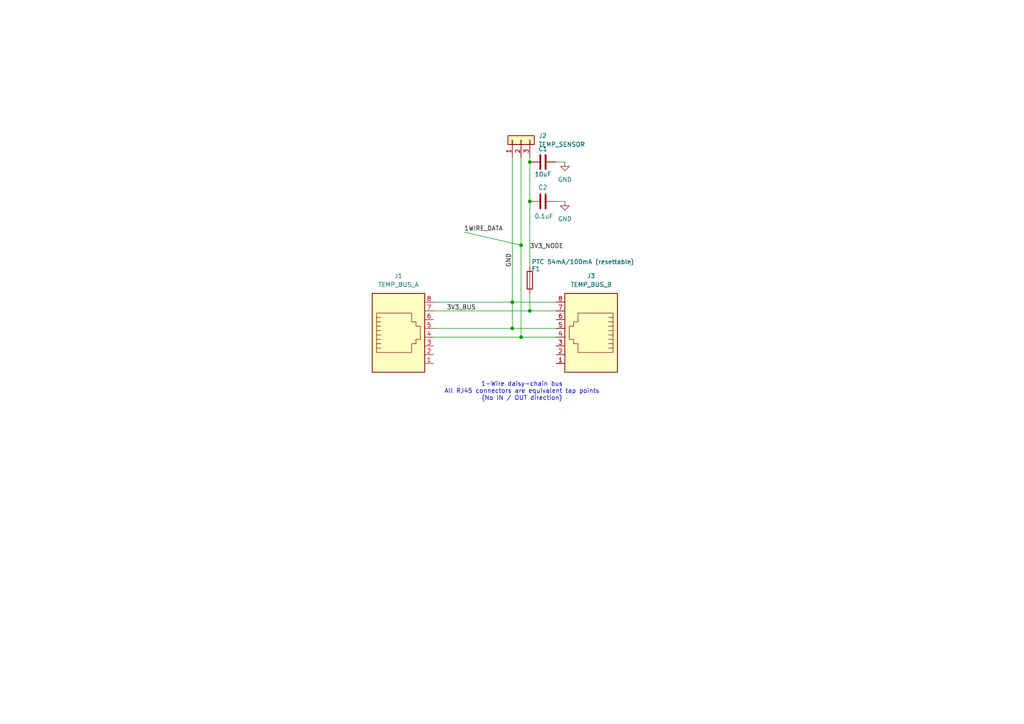
<source format=kicad_sch>
(kicad_sch
	(version 20250114)
	(generator "eeschema")
	(generator_version "9.0")
	(uuid "cabbd381-4a4a-4965-a970-0fbc39a20c72")
	(paper "A4")
	(lib_symbols
		(symbol "Connector:8P8C"
			(pin_names
				(offset 1.016)
			)
			(exclude_from_sim no)
			(in_bom yes)
			(on_board yes)
			(property "Reference" "J"
				(at -5.08 13.97 0)
				(effects
					(font
						(size 1.27 1.27)
					)
					(justify right)
				)
			)
			(property "Value" "8P8C"
				(at 2.54 13.97 0)
				(effects
					(font
						(size 1.27 1.27)
					)
					(justify left)
				)
			)
			(property "Footprint" ""
				(at 0 0.635 90)
				(effects
					(font
						(size 1.27 1.27)
					)
					(hide yes)
				)
			)
			(property "Datasheet" "~"
				(at 0 0.635 90)
				(effects
					(font
						(size 1.27 1.27)
					)
					(hide yes)
				)
			)
			(property "Description" "RJ connector, 8P8C (8 positions 8 connected), RJ31/RJ32/RJ33/RJ34/RJ35/RJ41/RJ45/RJ49/RJ61"
				(at 0 0 0)
				(effects
					(font
						(size 1.27 1.27)
					)
					(hide yes)
				)
			)
			(property "ki_keywords" "8P8C RJ socket connector"
				(at 0 0 0)
				(effects
					(font
						(size 1.27 1.27)
					)
					(hide yes)
				)
			)
			(property "ki_fp_filters" "8P8C* RJ31* RJ32* RJ33* RJ34* RJ35* RJ41* RJ45* RJ49* RJ61*"
				(at 0 0 0)
				(effects
					(font
						(size 1.27 1.27)
					)
					(hide yes)
				)
			)
			(symbol "8P8C_0_1"
				(polyline
					(pts
						(xy -6.35 1.905) (xy -5.08 1.905) (xy -5.08 1.905)
					)
					(stroke
						(width 0)
						(type default)
					)
					(fill
						(type none)
					)
				)
				(polyline
					(pts
						(xy -6.35 0.635) (xy -5.08 0.635) (xy -5.08 0.635)
					)
					(stroke
						(width 0)
						(type default)
					)
					(fill
						(type none)
					)
				)
				(polyline
					(pts
						(xy -6.35 -0.635) (xy -5.08 -0.635) (xy -5.08 -0.635)
					)
					(stroke
						(width 0)
						(type default)
					)
					(fill
						(type none)
					)
				)
				(polyline
					(pts
						(xy -6.35 -1.905) (xy -5.08 -1.905) (xy -5.08 -1.905)
					)
					(stroke
						(width 0)
						(type default)
					)
					(fill
						(type none)
					)
				)
				(polyline
					(pts
						(xy -6.35 -3.175) (xy -5.08 -3.175) (xy -5.08 -3.175)
					)
					(stroke
						(width 0)
						(type default)
					)
					(fill
						(type none)
					)
				)
				(polyline
					(pts
						(xy -6.35 -4.445) (xy -6.35 6.985) (xy 3.81 6.985) (xy 3.81 4.445) (xy 5.08 4.445) (xy 5.08 3.175)
						(xy 6.35 3.175) (xy 6.35 -0.635) (xy 5.08 -0.635) (xy 5.08 -1.905) (xy 3.81 -1.905) (xy 3.81 -4.445)
						(xy -6.35 -4.445) (xy -6.35 -4.445)
					)
					(stroke
						(width 0)
						(type default)
					)
					(fill
						(type none)
					)
				)
				(polyline
					(pts
						(xy -5.08 5.715) (xy -6.35 5.715)
					)
					(stroke
						(width 0)
						(type default)
					)
					(fill
						(type none)
					)
				)
				(polyline
					(pts
						(xy -5.08 4.445) (xy -6.35 4.445)
					)
					(stroke
						(width 0)
						(type default)
					)
					(fill
						(type none)
					)
				)
				(polyline
					(pts
						(xy -5.08 3.175) (xy -6.35 3.175) (xy -6.35 3.175)
					)
					(stroke
						(width 0)
						(type default)
					)
					(fill
						(type none)
					)
				)
				(rectangle
					(start 7.62 12.7)
					(end -7.62 -10.16)
					(stroke
						(width 0.254)
						(type default)
					)
					(fill
						(type background)
					)
				)
			)
			(symbol "8P8C_1_1"
				(pin passive line
					(at 10.16 10.16 180)
					(length 2.54)
					(name "~"
						(effects
							(font
								(size 1.27 1.27)
							)
						)
					)
					(number "8"
						(effects
							(font
								(size 1.27 1.27)
							)
						)
					)
				)
				(pin passive line
					(at 10.16 7.62 180)
					(length 2.54)
					(name "~"
						(effects
							(font
								(size 1.27 1.27)
							)
						)
					)
					(number "7"
						(effects
							(font
								(size 1.27 1.27)
							)
						)
					)
				)
				(pin passive line
					(at 10.16 5.08 180)
					(length 2.54)
					(name "~"
						(effects
							(font
								(size 1.27 1.27)
							)
						)
					)
					(number "6"
						(effects
							(font
								(size 1.27 1.27)
							)
						)
					)
				)
				(pin passive line
					(at 10.16 2.54 180)
					(length 2.54)
					(name "~"
						(effects
							(font
								(size 1.27 1.27)
							)
						)
					)
					(number "5"
						(effects
							(font
								(size 1.27 1.27)
							)
						)
					)
				)
				(pin passive line
					(at 10.16 0 180)
					(length 2.54)
					(name "~"
						(effects
							(font
								(size 1.27 1.27)
							)
						)
					)
					(number "4"
						(effects
							(font
								(size 1.27 1.27)
							)
						)
					)
				)
				(pin passive line
					(at 10.16 -2.54 180)
					(length 2.54)
					(name "~"
						(effects
							(font
								(size 1.27 1.27)
							)
						)
					)
					(number "3"
						(effects
							(font
								(size 1.27 1.27)
							)
						)
					)
				)
				(pin passive line
					(at 10.16 -5.08 180)
					(length 2.54)
					(name "~"
						(effects
							(font
								(size 1.27 1.27)
							)
						)
					)
					(number "2"
						(effects
							(font
								(size 1.27 1.27)
							)
						)
					)
				)
				(pin passive line
					(at 10.16 -7.62 180)
					(length 2.54)
					(name "~"
						(effects
							(font
								(size 1.27 1.27)
							)
						)
					)
					(number "1"
						(effects
							(font
								(size 1.27 1.27)
							)
						)
					)
				)
			)
			(embedded_fonts no)
		)
		(symbol "Connector_Generic:Conn_01x03"
			(pin_names
				(offset 1.016)
				(hide yes)
			)
			(exclude_from_sim no)
			(in_bom yes)
			(on_board yes)
			(property "Reference" "J"
				(at 0 5.08 0)
				(effects
					(font
						(size 1.27 1.27)
					)
				)
			)
			(property "Value" "Conn_01x03"
				(at 0 -5.08 0)
				(effects
					(font
						(size 1.27 1.27)
					)
				)
			)
			(property "Footprint" ""
				(at 0 0 0)
				(effects
					(font
						(size 1.27 1.27)
					)
					(hide yes)
				)
			)
			(property "Datasheet" "~"
				(at 0 0 0)
				(effects
					(font
						(size 1.27 1.27)
					)
					(hide yes)
				)
			)
			(property "Description" "Generic connector, single row, 01x03, script generated (kicad-library-utils/schlib/autogen/connector/)"
				(at 0 0 0)
				(effects
					(font
						(size 1.27 1.27)
					)
					(hide yes)
				)
			)
			(property "ki_keywords" "connector"
				(at 0 0 0)
				(effects
					(font
						(size 1.27 1.27)
					)
					(hide yes)
				)
			)
			(property "ki_fp_filters" "Connector*:*_1x??_*"
				(at 0 0 0)
				(effects
					(font
						(size 1.27 1.27)
					)
					(hide yes)
				)
			)
			(symbol "Conn_01x03_1_1"
				(rectangle
					(start -1.27 3.81)
					(end 1.27 -3.81)
					(stroke
						(width 0.254)
						(type default)
					)
					(fill
						(type background)
					)
				)
				(rectangle
					(start -1.27 2.667)
					(end 0 2.413)
					(stroke
						(width 0.1524)
						(type default)
					)
					(fill
						(type none)
					)
				)
				(rectangle
					(start -1.27 0.127)
					(end 0 -0.127)
					(stroke
						(width 0.1524)
						(type default)
					)
					(fill
						(type none)
					)
				)
				(rectangle
					(start -1.27 -2.413)
					(end 0 -2.667)
					(stroke
						(width 0.1524)
						(type default)
					)
					(fill
						(type none)
					)
				)
				(pin passive line
					(at -5.08 2.54 0)
					(length 3.81)
					(name "Pin_1"
						(effects
							(font
								(size 1.27 1.27)
							)
						)
					)
					(number "1"
						(effects
							(font
								(size 1.27 1.27)
							)
						)
					)
				)
				(pin passive line
					(at -5.08 0 0)
					(length 3.81)
					(name "Pin_2"
						(effects
							(font
								(size 1.27 1.27)
							)
						)
					)
					(number "2"
						(effects
							(font
								(size 1.27 1.27)
							)
						)
					)
				)
				(pin passive line
					(at -5.08 -2.54 0)
					(length 3.81)
					(name "Pin_3"
						(effects
							(font
								(size 1.27 1.27)
							)
						)
					)
					(number "3"
						(effects
							(font
								(size 1.27 1.27)
							)
						)
					)
				)
			)
			(embedded_fonts no)
		)
		(symbol "Device:C"
			(pin_numbers
				(hide yes)
			)
			(pin_names
				(offset 0.254)
			)
			(exclude_from_sim no)
			(in_bom yes)
			(on_board yes)
			(property "Reference" "C"
				(at 0.635 2.54 0)
				(effects
					(font
						(size 1.27 1.27)
					)
					(justify left)
				)
			)
			(property "Value" "C"
				(at 0.635 -2.54 0)
				(effects
					(font
						(size 1.27 1.27)
					)
					(justify left)
				)
			)
			(property "Footprint" ""
				(at 0.9652 -3.81 0)
				(effects
					(font
						(size 1.27 1.27)
					)
					(hide yes)
				)
			)
			(property "Datasheet" "~"
				(at 0 0 0)
				(effects
					(font
						(size 1.27 1.27)
					)
					(hide yes)
				)
			)
			(property "Description" "Unpolarized capacitor"
				(at 0 0 0)
				(effects
					(font
						(size 1.27 1.27)
					)
					(hide yes)
				)
			)
			(property "ki_keywords" "cap capacitor"
				(at 0 0 0)
				(effects
					(font
						(size 1.27 1.27)
					)
					(hide yes)
				)
			)
			(property "ki_fp_filters" "C_*"
				(at 0 0 0)
				(effects
					(font
						(size 1.27 1.27)
					)
					(hide yes)
				)
			)
			(symbol "C_0_1"
				(polyline
					(pts
						(xy -2.032 0.762) (xy 2.032 0.762)
					)
					(stroke
						(width 0.508)
						(type default)
					)
					(fill
						(type none)
					)
				)
				(polyline
					(pts
						(xy -2.032 -0.762) (xy 2.032 -0.762)
					)
					(stroke
						(width 0.508)
						(type default)
					)
					(fill
						(type none)
					)
				)
			)
			(symbol "C_1_1"
				(pin passive line
					(at 0 3.81 270)
					(length 2.794)
					(name "~"
						(effects
							(font
								(size 1.27 1.27)
							)
						)
					)
					(number "1"
						(effects
							(font
								(size 1.27 1.27)
							)
						)
					)
				)
				(pin passive line
					(at 0 -3.81 90)
					(length 2.794)
					(name "~"
						(effects
							(font
								(size 1.27 1.27)
							)
						)
					)
					(number "2"
						(effects
							(font
								(size 1.27 1.27)
							)
						)
					)
				)
			)
			(embedded_fonts no)
		)
		(symbol "Device:Fuse"
			(pin_numbers
				(hide yes)
			)
			(pin_names
				(offset 0)
			)
			(exclude_from_sim no)
			(in_bom yes)
			(on_board yes)
			(property "Reference" "F"
				(at 2.032 0 90)
				(effects
					(font
						(size 1.27 1.27)
					)
				)
			)
			(property "Value" "Fuse"
				(at -1.905 0 90)
				(effects
					(font
						(size 1.27 1.27)
					)
				)
			)
			(property "Footprint" ""
				(at -1.778 0 90)
				(effects
					(font
						(size 1.27 1.27)
					)
					(hide yes)
				)
			)
			(property "Datasheet" "~"
				(at 0 0 0)
				(effects
					(font
						(size 1.27 1.27)
					)
					(hide yes)
				)
			)
			(property "Description" "Fuse"
				(at 0 0 0)
				(effects
					(font
						(size 1.27 1.27)
					)
					(hide yes)
				)
			)
			(property "ki_keywords" "fuse"
				(at 0 0 0)
				(effects
					(font
						(size 1.27 1.27)
					)
					(hide yes)
				)
			)
			(property "ki_fp_filters" "*Fuse*"
				(at 0 0 0)
				(effects
					(font
						(size 1.27 1.27)
					)
					(hide yes)
				)
			)
			(symbol "Fuse_0_1"
				(rectangle
					(start -0.762 -2.54)
					(end 0.762 2.54)
					(stroke
						(width 0.254)
						(type default)
					)
					(fill
						(type none)
					)
				)
				(polyline
					(pts
						(xy 0 2.54) (xy 0 -2.54)
					)
					(stroke
						(width 0)
						(type default)
					)
					(fill
						(type none)
					)
				)
			)
			(symbol "Fuse_1_1"
				(pin passive line
					(at 0 3.81 270)
					(length 1.27)
					(name "~"
						(effects
							(font
								(size 1.27 1.27)
							)
						)
					)
					(number "1"
						(effects
							(font
								(size 1.27 1.27)
							)
						)
					)
				)
				(pin passive line
					(at 0 -3.81 90)
					(length 1.27)
					(name "~"
						(effects
							(font
								(size 1.27 1.27)
							)
						)
					)
					(number "2"
						(effects
							(font
								(size 1.27 1.27)
							)
						)
					)
				)
			)
			(embedded_fonts no)
		)
		(symbol "power:GND"
			(power)
			(pin_numbers
				(hide yes)
			)
			(pin_names
				(offset 0)
				(hide yes)
			)
			(exclude_from_sim no)
			(in_bom yes)
			(on_board yes)
			(property "Reference" "#PWR"
				(at 0 -6.35 0)
				(effects
					(font
						(size 1.27 1.27)
					)
					(hide yes)
				)
			)
			(property "Value" "GND"
				(at 0 -3.81 0)
				(effects
					(font
						(size 1.27 1.27)
					)
				)
			)
			(property "Footprint" ""
				(at 0 0 0)
				(effects
					(font
						(size 1.27 1.27)
					)
					(hide yes)
				)
			)
			(property "Datasheet" ""
				(at 0 0 0)
				(effects
					(font
						(size 1.27 1.27)
					)
					(hide yes)
				)
			)
			(property "Description" "Power symbol creates a global label with name \"GND\" , ground"
				(at 0 0 0)
				(effects
					(font
						(size 1.27 1.27)
					)
					(hide yes)
				)
			)
			(property "ki_keywords" "global power"
				(at 0 0 0)
				(effects
					(font
						(size 1.27 1.27)
					)
					(hide yes)
				)
			)
			(symbol "GND_0_1"
				(polyline
					(pts
						(xy 0 0) (xy 0 -1.27) (xy 1.27 -1.27) (xy 0 -2.54) (xy -1.27 -1.27) (xy 0 -1.27)
					)
					(stroke
						(width 0)
						(type default)
					)
					(fill
						(type none)
					)
				)
			)
			(symbol "GND_1_1"
				(pin power_in line
					(at 0 0 270)
					(length 0)
					(name "~"
						(effects
							(font
								(size 1.27 1.27)
							)
						)
					)
					(number "1"
						(effects
							(font
								(size 1.27 1.27)
							)
						)
					)
				)
			)
			(embedded_fonts no)
		)
	)
	(text "1-Wire daisy-chain bus\nAll RJ45 connectors are equivalent tap points\n(No IN / OUT direction)\n"
		(exclude_from_sim no)
		(at 151.384 113.538 0)
		(effects
			(font
				(size 1.27 1.27)
			)
		)
		(uuid "85a65f75-a819-4ad1-8995-475db7e11df4")
	)
	(junction
		(at 148.59 87.63)
		(diameter 0)
		(color 0 0 0 0)
		(uuid "1029c925-3e46-4804-b12b-f125af4ece65")
	)
	(junction
		(at 153.67 58.42)
		(diameter 0)
		(color 0 0 0 0)
		(uuid "1e9cabc7-9227-41d2-a8a8-40b7477eba91")
	)
	(junction
		(at 151.13 71.12)
		(diameter 0)
		(color 0 0 0 0)
		(uuid "2026ac72-8297-4ce5-9100-8b2ad8de4e91")
	)
	(junction
		(at 151.13 97.79)
		(diameter 0)
		(color 0 0 0 0)
		(uuid "5f9c5c5d-c2b1-4633-846f-0b1ed4ce2728")
	)
	(junction
		(at 153.67 46.99)
		(diameter 0)
		(color 0 0 0 0)
		(uuid "64e35591-970f-40d9-9d08-4cb838392c58")
	)
	(junction
		(at 148.59 95.25)
		(diameter 0)
		(color 0 0 0 0)
		(uuid "e489efca-9984-4457-b9dd-848b4a462cec")
	)
	(junction
		(at 153.67 90.17)
		(diameter 0)
		(color 0 0 0 0)
		(uuid "e8bd47c4-292b-4d67-a04a-3410f0f5bb00")
	)
	(wire
		(pts
			(xy 153.67 46.99) (xy 153.67 58.42)
		)
		(stroke
			(width 0)
			(type default)
		)
		(uuid "224de7f2-2feb-4705-b2b4-f06718210a54")
	)
	(wire
		(pts
			(xy 148.59 87.63) (xy 161.29 87.63)
		)
		(stroke
			(width 0)
			(type default)
		)
		(uuid "2558ee8e-bf5e-4e4b-92b2-1fdf5d891196")
	)
	(wire
		(pts
			(xy 163.83 58.42) (xy 161.29 58.42)
		)
		(stroke
			(width 0)
			(type default)
		)
		(uuid "35a4e248-9d08-44d1-a2b7-25724189820f")
	)
	(wire
		(pts
			(xy 148.59 95.25) (xy 125.73 95.25)
		)
		(stroke
			(width 0)
			(type default)
		)
		(uuid "39fd1c01-723f-4e74-91f4-3846e420050a")
	)
	(wire
		(pts
			(xy 151.13 45.72) (xy 151.13 71.12)
		)
		(stroke
			(width 0)
			(type default)
		)
		(uuid "428d5113-daf3-4f5b-b796-120a3f740fe9")
	)
	(wire
		(pts
			(xy 148.59 45.72) (xy 148.59 87.63)
		)
		(stroke
			(width 0)
			(type default)
		)
		(uuid "6a0831f8-c732-4f01-9e03-9bdcfa24e3d3")
	)
	(wire
		(pts
			(xy 153.67 85.09) (xy 153.67 90.17)
		)
		(stroke
			(width 0)
			(type default)
		)
		(uuid "6a342a3c-7928-46b3-98ef-f8485a009793")
	)
	(wire
		(pts
			(xy 153.67 90.17) (xy 161.29 90.17)
		)
		(stroke
			(width 0)
			(type default)
		)
		(uuid "735f2608-7c15-40ad-a2d7-68bdfd830dec")
	)
	(wire
		(pts
			(xy 134.62 67.31) (xy 151.13 71.12)
		)
		(stroke
			(width 0)
			(type default)
		)
		(uuid "74d95834-e4b6-499c-906e-5f368eadfa98")
	)
	(wire
		(pts
			(xy 161.29 95.25) (xy 148.59 95.25)
		)
		(stroke
			(width 0)
			(type default)
		)
		(uuid "7c353dd7-7a24-4718-923c-9a3f34add9d7")
	)
	(wire
		(pts
			(xy 151.13 71.12) (xy 151.13 97.79)
		)
		(stroke
			(width 0)
			(type default)
		)
		(uuid "86bf424c-ebe9-459f-9c2e-51cf652e2f41")
	)
	(wire
		(pts
			(xy 153.67 58.42) (xy 153.67 77.47)
		)
		(stroke
			(width 0)
			(type default)
		)
		(uuid "999562c8-7616-46f5-9756-3ef917d3f790")
	)
	(wire
		(pts
			(xy 151.13 97.79) (xy 161.29 97.79)
		)
		(stroke
			(width 0)
			(type default)
		)
		(uuid "9b7e5909-8d55-4183-bf75-91a299dc23f2")
	)
	(wire
		(pts
			(xy 148.59 87.63) (xy 148.59 95.25)
		)
		(stroke
			(width 0)
			(type default)
		)
		(uuid "9bf8d86f-23ff-4a37-9b65-c32fdb3d5466")
	)
	(wire
		(pts
			(xy 125.73 87.63) (xy 148.59 87.63)
		)
		(stroke
			(width 0)
			(type default)
		)
		(uuid "a64cf810-123c-44d8-9839-d3a0598b6850")
	)
	(wire
		(pts
			(xy 125.73 90.17) (xy 153.67 90.17)
		)
		(stroke
			(width 0)
			(type default)
		)
		(uuid "b4726205-9a06-4e11-9c32-138e241c6720")
	)
	(wire
		(pts
			(xy 163.83 46.99) (xy 161.29 46.99)
		)
		(stroke
			(width 0)
			(type default)
		)
		(uuid "d4d43735-56ff-413b-a8da-897a6827fe37")
	)
	(wire
		(pts
			(xy 153.67 45.72) (xy 153.67 46.99)
		)
		(stroke
			(width 0)
			(type default)
		)
		(uuid "d9881ef6-8b43-4573-8d39-acb0dae25bf5")
	)
	(wire
		(pts
			(xy 125.73 97.79) (xy 151.13 97.79)
		)
		(stroke
			(width 0)
			(type default)
		)
		(uuid "f694146c-6713-42c5-aaa1-4027e713216a")
	)
	(label "3V3_NODE"
		(at 153.67 72.39 0)
		(effects
			(font
				(size 1.27 1.27)
			)
			(justify left bottom)
		)
		(uuid "02ca8481-a037-467f-88fb-ad2a277eeb54")
	)
	(label "GND"
		(at 148.59 77.47 90)
		(effects
			(font
				(size 1.27 1.27)
			)
			(justify left bottom)
		)
		(uuid "48f7d8d7-564f-4c83-b69e-59827cf67d91")
	)
	(label "3V3_BUS"
		(at 129.54 90.17 0)
		(effects
			(font
				(size 1.27 1.27)
			)
			(justify left bottom)
		)
		(uuid "665c24d7-ca5d-43c1-b135-1be568d4e107")
	)
	(label "1WIRE_DATA"
		(at 134.62 67.31 0)
		(effects
			(font
				(size 1.27 1.27)
			)
			(justify left bottom)
		)
		(uuid "b9e575f2-5e05-4ba4-b9c8-c3e842f56309")
	)
	(symbol
		(lib_id "power:GND")
		(at 163.83 58.42 0)
		(unit 1)
		(exclude_from_sim no)
		(in_bom yes)
		(on_board yes)
		(dnp no)
		(fields_autoplaced yes)
		(uuid "1874e283-46e0-446a-b4e3-9b4f9a9259f3")
		(property "Reference" "#PWR02"
			(at 163.83 64.77 0)
			(effects
				(font
					(size 1.27 1.27)
				)
				(hide yes)
			)
		)
		(property "Value" "GND"
			(at 163.83 63.5 0)
			(effects
				(font
					(size 1.27 1.27)
				)
			)
		)
		(property "Footprint" ""
			(at 163.83 58.42 0)
			(effects
				(font
					(size 1.27 1.27)
				)
				(hide yes)
			)
		)
		(property "Datasheet" ""
			(at 163.83 58.42 0)
			(effects
				(font
					(size 1.27 1.27)
				)
				(hide yes)
			)
		)
		(property "Description" "Power symbol creates a global label with name \"GND\" , ground"
			(at 163.83 58.42 0)
			(effects
				(font
					(size 1.27 1.27)
				)
				(hide yes)
			)
		)
		(pin "1"
			(uuid "a534fe21-1ad2-4f02-90e3-afe81a432379")
		)
		(instances
			(project ""
				(path "/cabbd381-4a4a-4965-a970-0fbc39a20c72"
					(reference "#PWR02")
					(unit 1)
				)
			)
		)
	)
	(symbol
		(lib_id "Connector:8P8C")
		(at 115.57 97.79 0)
		(unit 1)
		(exclude_from_sim no)
		(in_bom yes)
		(on_board yes)
		(dnp no)
		(fields_autoplaced yes)
		(uuid "1be8a044-f7e5-400f-b494-566eb5a46a55")
		(property "Reference" "J1"
			(at 115.57 80.01 0)
			(effects
				(font
					(size 1.27 1.27)
				)
			)
		)
		(property "Value" "TEMP_BUS_A"
			(at 115.57 82.55 0)
			(effects
				(font
					(size 1.27 1.27)
				)
			)
		)
		(property "Footprint" "MJ3225_88_0:GCT_MJ3225-88-0_REVA"
			(at 115.57 97.155 90)
			(effects
				(font
					(size 1.27 1.27)
				)
				(hide yes)
			)
		)
		(property "Datasheet" "~"
			(at 115.57 97.155 90)
			(effects
				(font
					(size 1.27 1.27)
				)
				(hide yes)
			)
		)
		(property "Description" "RJ connector, 8P8C (8 positions 8 connected), RJ31/RJ32/RJ33/RJ34/RJ35/RJ41/RJ45/RJ49/RJ61"
			(at 115.57 97.79 0)
			(effects
				(font
					(size 1.27 1.27)
				)
				(hide yes)
			)
		)
		(pin "7"
			(uuid "a8593af5-2063-4362-b8ba-aa3f1dbeeff4")
		)
		(pin "5"
			(uuid "f6102681-4331-4657-982b-f4fc5e11d539")
		)
		(pin "2"
			(uuid "ee242355-1130-4a9c-87fc-7a2135988376")
		)
		(pin "8"
			(uuid "48251a9c-1f29-486d-835d-3217263b0503")
		)
		(pin "6"
			(uuid "4a446d0d-f7b2-4387-b3cd-1fbc9aa57bf0")
		)
		(pin "3"
			(uuid "10a39132-76ca-4b00-bde6-01963d942dab")
		)
		(pin "1"
			(uuid "863be574-ae8c-40e7-b3ce-c90a82922fc2")
		)
		(pin "4"
			(uuid "1b2f561f-366b-472d-ab42-7fea42dc0e6e")
		)
		(instances
			(project ""
				(path "/cabbd381-4a4a-4965-a970-0fbc39a20c72"
					(reference "J1")
					(unit 1)
				)
			)
		)
	)
	(symbol
		(lib_id "Device:Fuse")
		(at 153.67 81.28 180)
		(unit 1)
		(exclude_from_sim no)
		(in_bom yes)
		(on_board yes)
		(dnp no)
		(uuid "30eee096-d2f3-4dd1-8a08-4a688eef293e")
		(property "Reference" "F1"
			(at 154.178 77.978 0)
			(effects
				(font
					(size 1.27 1.27)
				)
				(justify right)
			)
		)
		(property "Value" "PTC 54mA/100mA (resettable)"
			(at 154.178 75.946 0)
			(effects
				(font
					(size 1.27 1.27)
				)
				(justify right)
			)
		)
		(property "Footprint" "Fuse:Fuse_0805_2012Metric"
			(at 155.448 81.28 90)
			(effects
				(font
					(size 1.27 1.27)
				)
				(hide yes)
			)
		)
		(property "Datasheet" "~"
			(at 153.67 81.28 0)
			(effects
				(font
					(size 1.27 1.27)
				)
				(hide yes)
			)
		)
		(property "Description" "Fuse"
			(at 153.67 81.28 0)
			(effects
				(font
					(size 1.27 1.27)
				)
				(hide yes)
			)
		)
		(pin "2"
			(uuid "628eae11-a9b6-47fc-a166-3c5bc9f4fe88")
		)
		(pin "1"
			(uuid "5ece1aa4-a78e-46e1-a1e3-6520404cbfd4")
		)
		(instances
			(project ""
				(path "/cabbd381-4a4a-4965-a970-0fbc39a20c72"
					(reference "F1")
					(unit 1)
				)
			)
		)
	)
	(symbol
		(lib_id "Device:C")
		(at 157.48 46.99 270)
		(unit 1)
		(exclude_from_sim no)
		(in_bom yes)
		(on_board yes)
		(dnp no)
		(uuid "6d0fe98b-8d9e-4789-a93c-7a81e585b7eb")
		(property "Reference" "C1"
			(at 157.48 43.18 90)
			(effects
				(font
					(size 1.27 1.27)
				)
			)
		)
		(property "Value" "10uF"
			(at 157.48 50.546 90)
			(effects
				(font
					(size 1.27 1.27)
				)
			)
		)
		(property "Footprint" "Capacitor_SMD:C_0805_2012Metric"
			(at 153.67 47.9552 0)
			(effects
				(font
					(size 1.27 1.27)
				)
				(hide yes)
			)
		)
		(property "Datasheet" "~"
			(at 157.48 46.99 0)
			(effects
				(font
					(size 1.27 1.27)
				)
				(hide yes)
			)
		)
		(property "Description" "Unpolarized capacitor"
			(at 157.48 46.99 0)
			(effects
				(font
					(size 1.27 1.27)
				)
				(hide yes)
			)
		)
		(pin "2"
			(uuid "e0e09a59-5c1d-49e7-a55f-460ef03e79d0")
		)
		(pin "1"
			(uuid "d00a20ad-7471-4b01-b313-f86c9e31ff6d")
		)
		(instances
			(project ""
				(path "/cabbd381-4a4a-4965-a970-0fbc39a20c72"
					(reference "C1")
					(unit 1)
				)
			)
		)
	)
	(symbol
		(lib_id "Connector_Generic:Conn_01x03")
		(at 151.13 40.64 90)
		(unit 1)
		(exclude_from_sim no)
		(in_bom yes)
		(on_board yes)
		(dnp no)
		(fields_autoplaced yes)
		(uuid "76312451-8560-4d4b-a7d1-880af6890eef")
		(property "Reference" "J2"
			(at 156.21 39.3699 90)
			(effects
				(font
					(size 1.27 1.27)
				)
				(justify right)
			)
		)
		(property "Value" "TEMP_SENSOR"
			(at 156.21 41.9099 90)
			(effects
				(font
					(size 1.27 1.27)
				)
				(justify right)
			)
		)
		(property "Footprint" "Connector_JST:JST_XH_S3B-XH-A_1x03_P2.50mm_Horizontal"
			(at 151.13 40.64 0)
			(effects
				(font
					(size 1.27 1.27)
				)
				(hide yes)
			)
		)
		(property "Datasheet" "~"
			(at 151.13 40.64 0)
			(effects
				(font
					(size 1.27 1.27)
				)
				(hide yes)
			)
		)
		(property "Description" "Generic connector, single row, 01x03, script generated (kicad-library-utils/schlib/autogen/connector/)"
			(at 151.13 40.64 0)
			(effects
				(font
					(size 1.27 1.27)
				)
				(hide yes)
			)
		)
		(pin "1"
			(uuid "a3fd8ae9-83a9-4866-988a-ebf6ceaa8c60")
		)
		(pin "3"
			(uuid "aa5678e0-cd37-4267-aea8-e2a66d39378c")
		)
		(pin "2"
			(uuid "4e0aaf78-7e7b-403c-8488-32c30ed1f652")
		)
		(instances
			(project ""
				(path "/cabbd381-4a4a-4965-a970-0fbc39a20c72"
					(reference "J2")
					(unit 1)
				)
			)
		)
	)
	(symbol
		(lib_id "power:GND")
		(at 163.83 46.99 0)
		(unit 1)
		(exclude_from_sim no)
		(in_bom yes)
		(on_board yes)
		(dnp no)
		(fields_autoplaced yes)
		(uuid "b241b757-33d5-4824-89ba-29b72757aed7")
		(property "Reference" "#PWR01"
			(at 163.83 53.34 0)
			(effects
				(font
					(size 1.27 1.27)
				)
				(hide yes)
			)
		)
		(property "Value" "GND"
			(at 163.83 52.07 0)
			(effects
				(font
					(size 1.27 1.27)
				)
			)
		)
		(property "Footprint" ""
			(at 163.83 46.99 0)
			(effects
				(font
					(size 1.27 1.27)
				)
				(hide yes)
			)
		)
		(property "Datasheet" ""
			(at 163.83 46.99 0)
			(effects
				(font
					(size 1.27 1.27)
				)
				(hide yes)
			)
		)
		(property "Description" "Power symbol creates a global label with name \"GND\" , ground"
			(at 163.83 46.99 0)
			(effects
				(font
					(size 1.27 1.27)
				)
				(hide yes)
			)
		)
		(pin "1"
			(uuid "e618f901-17ef-4dd2-83b1-d7f87c149718")
		)
		(instances
			(project ""
				(path "/cabbd381-4a4a-4965-a970-0fbc39a20c72"
					(reference "#PWR01")
					(unit 1)
				)
			)
		)
	)
	(symbol
		(lib_id "Device:C")
		(at 157.48 58.42 270)
		(unit 1)
		(exclude_from_sim no)
		(in_bom yes)
		(on_board yes)
		(dnp no)
		(uuid "bf98812e-ed73-494a-9ebd-2afb09601aae")
		(property "Reference" "C2"
			(at 157.48 54.356 90)
			(effects
				(font
					(size 1.27 1.27)
				)
			)
		)
		(property "Value" "0.1uF"
			(at 157.734 62.738 90)
			(effects
				(font
					(size 1.27 1.27)
				)
			)
		)
		(property "Footprint" "Capacitor_SMD:C_0805_2012Metric"
			(at 153.67 59.3852 0)
			(effects
				(font
					(size 1.27 1.27)
				)
				(hide yes)
			)
		)
		(property "Datasheet" "~"
			(at 157.48 58.42 0)
			(effects
				(font
					(size 1.27 1.27)
				)
				(hide yes)
			)
		)
		(property "Description" "Unpolarized capacitor"
			(at 157.48 58.42 0)
			(effects
				(font
					(size 1.27 1.27)
				)
				(hide yes)
			)
		)
		(pin "2"
			(uuid "28ad15ae-1341-4038-b4ff-31e92f42f1b9")
		)
		(pin "1"
			(uuid "20264cbf-64ec-436e-aceb-2f0e97430a22")
		)
		(instances
			(project "temp_node"
				(path "/cabbd381-4a4a-4965-a970-0fbc39a20c72"
					(reference "C2")
					(unit 1)
				)
			)
		)
	)
	(symbol
		(lib_id "Connector:8P8C")
		(at 171.45 97.79 0)
		(mirror y)
		(unit 1)
		(exclude_from_sim no)
		(in_bom yes)
		(on_board yes)
		(dnp no)
		(uuid "ea3ce5df-4381-4135-b17e-490f130b2640")
		(property "Reference" "J3"
			(at 171.45 80.01 0)
			(effects
				(font
					(size 1.27 1.27)
				)
			)
		)
		(property "Value" "TEMP_BUS_B"
			(at 171.45 82.55 0)
			(effects
				(font
					(size 1.27 1.27)
				)
			)
		)
		(property "Footprint" "MJ3225_88_0:GCT_MJ3225-88-0_REVA"
			(at 171.45 97.155 90)
			(effects
				(font
					(size 1.27 1.27)
				)
				(hide yes)
			)
		)
		(property "Datasheet" "~"
			(at 171.45 97.155 90)
			(effects
				(font
					(size 1.27 1.27)
				)
				(hide yes)
			)
		)
		(property "Description" "RJ connector, 8P8C (8 positions 8 connected), RJ31/RJ32/RJ33/RJ34/RJ35/RJ41/RJ45/RJ49/RJ61"
			(at 171.45 97.79 0)
			(effects
				(font
					(size 1.27 1.27)
				)
				(hide yes)
			)
		)
		(pin "6"
			(uuid "ae818fd8-5df1-4697-b6da-7764c6ee510f")
		)
		(pin "3"
			(uuid "56263ee6-8914-45da-b1bc-6aff8c4911e3")
		)
		(pin "8"
			(uuid "d7ded430-b555-47e6-8f08-99aa1e033465")
		)
		(pin "1"
			(uuid "1ba348b7-06c8-4695-9a09-288ce6e9c4d0")
		)
		(pin "4"
			(uuid "d2ac60da-4d1a-4b45-b7e7-79806c576a2f")
		)
		(pin "7"
			(uuid "9e4b8f81-888a-4c0d-9fa3-a34c44446a16")
		)
		(pin "2"
			(uuid "65e3a4a3-c4d2-49b4-afe1-9f897c9322f6")
		)
		(pin "5"
			(uuid "3ae2a946-84fc-4e3a-9deb-ac5fc8b8b240")
		)
		(instances
			(project ""
				(path "/cabbd381-4a4a-4965-a970-0fbc39a20c72"
					(reference "J3")
					(unit 1)
				)
			)
		)
	)
	(sheet_instances
		(path "/"
			(page "1")
		)
	)
	(embedded_fonts no)
)

</source>
